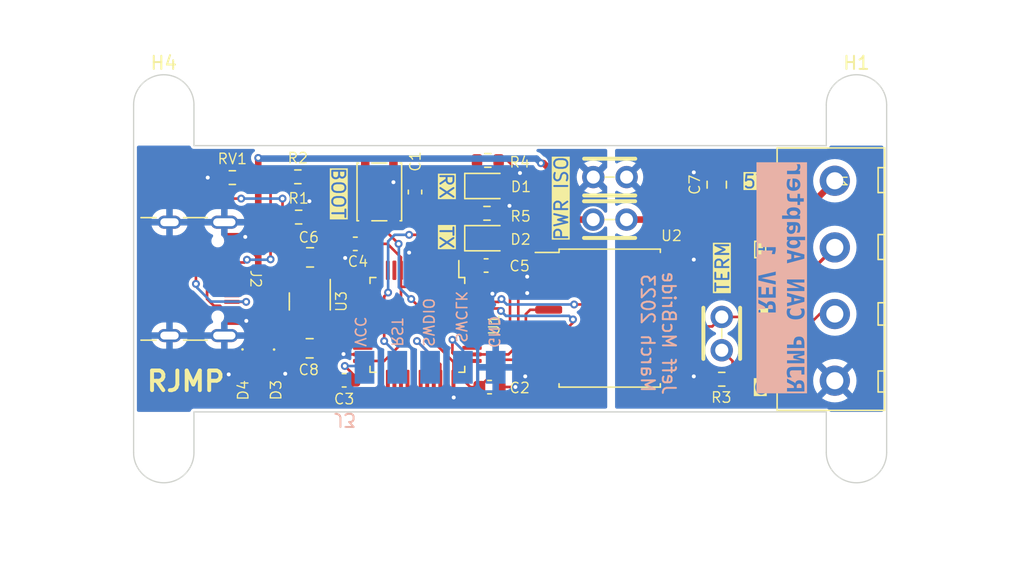
<source format=kicad_pcb>
(kicad_pcb (version 20221018) (generator pcbnew)
  (layers (0 "F.Cu" signal) (31 "B.Cu" signal) (34 "B.Paste" user) (35 "F.Paste" user) (36 "B.SilkS" user "B.Silkscreen") (37 "F.SilkS" user "F.Silkscreen") (38 "B.Mask" user) (39 "F.Mask" user) (44 "Edge.Cuts" user))
  (net 0 "")
  (net 1 "GND1")
  (net 2 "VCC")
  (net 3 "VBUS")
  (net 4 "GND2")
  (net 5 "Net-(JP1-A)")
  (net 6 "Net-(D1-K)")
  (net 7 "/LED1")
  (net 8 "Net-(D2-K)")
  (net 9 "/LED2")
  (net 10 "Net-(J2-CC1)")
  (net 11 "/USB_DP")
  (net 12 "/USB_DM")
  (net 14 "Net-(J2-CC2)")
  (net 16 "/CANH")
  (net 17 "Net-(JP3-B)")
  (net 18 "/CANL")
  (net 19 "/BOOT0")
  (net 45 "/VBUS_SENSE")
  (net 49 "/CAN_RX")
  (net 50 "/CAN_TX")
  (net 55 "/NRST")
  (net 56 "/SWDIO")
  (net 57 "/SWCLK")
  (footprint "UsbCanAdapter:short_jumper" (layer "F.Cu") (at 195.34 68)
    (fp_text reference "JP2" hide)
    (fp_text value "Jumper" hide)
  )
  (footprint "Package_SO:SOIC-16W_7.5x10.3mm_P1.27mm" (layer "F.Cu") (at 196.59 78.75)
    (fp_text reference "U2")
    (fp_text value "~")
  )
  (footprint "Capacitor_SMD:C_0603_1608Metric" (layer "F.Cu") (at 177.2 73.09 180)
    (fp_text reference "C4")
    (fp_text value "0.1u")
  )
  (footprint "Package_QFP:LQFP-48_7x7mm_P0.5mm" (layer "F.Cu") (at 181.93 79.26625 -90)
    (fp_text reference "U1")
    (fp_text value "STM32F042C6Tx")
  )
  (footprint "Resistor_SMD:R_0603_1608Metric" (layer "F.Cu") (at 172.82 67.98)
    (fp_text reference "R2")
    (fp_text value "5.1k")
  )
  (footprint "MountingHole:MountingHole_2.2mm_M2" (layer "F.Cu") (at 215.4 89)
    (fp_text reference "H2" hide)
    (fp_text value "MountingHole")
  )
  (footprint "MountingHole:MountingHole_2.2mm_M2" (layer "F.Cu") (at 215.4 62.5)
    (fp_text reference "H1")
    (fp_text value "MountingHole")
  )
  (footprint "Resistor_SMD:R_0603_1608Metric" (layer "F.Cu") (at 205.13 83.41)
    (fp_text reference "R3")
    (fp_text value "120")
  )
  (footprint "Capacitor_SMD:C_0603_1608Metric" (layer "F.Cu") (at 181.75 69.14 90)
    (fp_text reference "C1")
    (fp_text value "0.1u")
  )
  (footprint "LED_SMD:LED_0805_2012Metric" (layer "F.Cu") (at 187.2275 68.68)
    (fp_text reference "D1")
    (fp_text value "LED")
  )
  (footprint "Diode_SMD:D_0402_1005Metric_Pad0.77x0.64mm_HandSolder" (layer "F.Cu") (at 168.6 82.4 -90)
    (fp_text reference "D4")
    (fp_text value "TVS")
  )
  (footprint "Button_Switch_SMD:SW_SPST_PTS810" (layer "F.Cu") (at 179.03 69.13 -90)
    (fp_text reference "SW1" hide)
    (fp_text value "SW_Push")
  )
  (footprint "Capacitor_SMD:C_0805_2012Metric" (layer "F.Cu") (at 173.72 81.05)
    (fp_text reference "C8")
    (fp_text value "4.7u")
  )
  (footprint "Capacitor_SMD:C_0603_1608Metric" (layer "F.Cu") (at 187.43 84.01)
    (fp_text reference "C2")
    (fp_text value "0.1u")
  )
  (footprint "Diode_SMD:D_0402_1005Metric_Pad0.77x0.64mm_HandSolder" (layer "F.Cu") (at 171.0075 82.41 -90)
    (fp_text reference "D3")
    (fp_text value "TVS")
  )
  (footprint "Capacitor_SMD:C_0805_2012Metric" (layer "F.Cu") (at 173.75 74.12)
    (fp_text reference "C6")
    (fp_text value "4.7u")
  )
  (footprint "Package_TO_SOT_SMD:SOT-23" (layer "F.Cu") (at 173.73 77.48 -90)
    (fp_text reference "U3")
    (fp_text value "MCP1700x-330xxTT")
  )
  (footprint "MountingHole:MountingHole_2.2mm_M2" (layer "F.Cu") (at 162.6 62.5)
    (fp_text reference "H4")
    (fp_text value "MountingHole")
  )
  (footprint "Capacitor_SMD:C_0603_1608Metric" (layer "F.Cu") (at 187.17 74.74)
    (fp_text reference "C5")
    (fp_text value "0.1u")
  )
  (footprint "Connector_USB:USB_C_Receptacle_GCT_USB4105-xx-A_16P_TopMnt_Horizontal" (layer "F.Cu") (at 164.11 75.76 -90)
    (fp_text reference "J2")
    (fp_text value "USB_C_Receptacle_USB2.0")
  )
  (footprint "Capacitor_SMD:C_0805_2012Metric" (layer "F.Cu") (at 204.75 68.58 90)
    (fp_text reference "C7")
    (fp_text value "4.7u")
  )
  (footprint "Resistor_SMD:R_0603_1608Metric" (layer "F.Cu") (at 187.3 66.73 180)
    (fp_text reference "R4")
    (fp_text value "240")
  )
  (footprint "UsbCanAdapter:short_jumper" (layer "F.Cu") (at 205.13 78.66 -90)
    (fp_text reference "JP3" hide)
    (fp_text value "Jumper" hide)
  )
  (footprint "Resistor_SMD:R_0603_1608Metric" (layer "F.Cu") (at 167.825 68.04)
    (fp_text reference "RV1")
    (fp_text value "TVS MLA Varistor")
  )
  (footprint "Resistor_SMD:R_0603_1608Metric" (layer "F.Cu") (at 172.88 71.05)
    (fp_text reference "R1")
    (fp_text value "5.1k")
  )
  (footprint "Resistor_SMD:R_0603_1608Metric" (layer "F.Cu") (at 187.235 70.76 180)
    (fp_text reference "R5")
    (fp_text value "240")
  )
  (footprint "MountingHole:MountingHole_2.2mm_M2" (layer "F.Cu") (at 162.6 89)
    (fp_text reference "H3" hide)
    (fp_text value "MountingHole")
  )
  (footprint "LED_SMD:LED_0805_2012Metric" (layer "F.Cu") (at 187.225 72.66)
    (fp_text reference "D2")
    (fp_text value "LED")
  )
  (footprint "UsbCanAdapter:1776119-4" (layer "F.Cu") (at 213.75 68.28 -90)
    (fp_text reference "J1")
    (fp_text value "Screw_Terminal_01x04")
  )
  (footprint "Capacitor_SMD:C_0603_1608Metric" (layer "F.Cu") (at 176.35 83.49 180)
    (fp_text reference "C3")
    (fp_text value "0.1u")
  )
  (footprint "UsbCanAdapter:short_jumper" (layer "F.Cu") (at 195.33 71.24)
    (fp_text reference "JP1" hide)
    (fp_text value "Jumper" hide)
  )
  (footprint "UsbCanAdapter:SWD_PADS" (layer "B.Cu") (at 182.9 82.5)
    (fp_text reference "J3")
    (fp_text value "SWD Pads")
  )
  (gr_line (start 213.1 62.5) (end 213.1 65.6) (stroke (width 0.1)) (layer "Edge.Cuts"))
  (gr_line (start 213.1 85.9) (end 164.9 85.9) (stroke (width 0.1)) (layer "Edge.Cuts"))
  (gr_arc (start 217.7 89) (mid 215.4 91.3) (end 213.1 89) (stroke (width 0.1)) (layer "Edge.Cuts"))
  (gr_line (start 164.9 89) (end 164.9 85.9) (stroke (width 0.1)) (layer "Edge.Cuts"))
  (gr_line (start 213.1 89) (end 213.1 85.9) (stroke (width 0.1)) (layer "Edge.Cuts"))
  (gr_line (start 217.7 62.5) (end 217.7 89) (stroke (width 0.1)) (layer "Edge.Cuts"))
  (gr_arc (start 160.3 62.5) (mid 162.6 60.2) (end 164.9 62.5) (stroke (width 0.1)) (layer "Edge.Cuts"))
  (gr_arc (start 164.9 89) (mid 162.6 91.3) (end 160.3 89) (stroke (width 0.1)) (layer "Edge.Cuts"))
  (gr_line (start 160.3 62.5) (end 160.3 89) (stroke (width 0.1)) (layer "Edge.Cuts"))
  (gr_line (start 164.9 62.5) (end 164.9 65.6) (stroke (width 0.1)) (layer "Edge.Cuts"))
  (gr_arc (start 213.1 62.5) (mid 215.4 60.2) (end 217.7 62.5) (stroke (width 0.1)) (layer "Edge.Cuts"))
  (gr_line (start 164.9 65.6) (end 213.1 65.6) (stroke (width 0.1)) (layer "Edge.Cuts"))
  (gr_text "Jeff McBride\nMarch 2023" (at 198.9 79.9 -90) (layer "B.SilkS") (effects (font (size 1 1)) (justify bottom mirror)))
  (gr_text "RST" (at 179.9 81 270) (layer "B.SilkS") (effects (font (size 0.8 0.8) (thickness 0.12)) (justify left bottom mirror)))
  (gr_text "VCC\n" (at 177.1 81 270) (layer "B.SilkS") (effects (font (size 0.8 0.8) (thickness 0.12)) (justify left bottom mirror)))
  (gr_text "GND\n" (at 187.3 81.1 -90) (layer "B.SilkS") (effects (font (size 0.8 0.8) (thickness 0.12)) (justify left bottom mirror)))
  (gr_text "RJMP CAN Adapter\nREV 1" (at 207.7 75.7 270) (layer "B.SilkS" knockout) (effects (font (size 1.3 1.3) (thickness 0.26) bold) (justify bottom mirror)))
  (gr_text "SWDIO\n" (at 182.3 81 270) (layer "B.SilkS") (effects (font (size 0.8 0.8) (thickness 0.12)) (justify left bottom mirror)))
  (gr_text "	SWCLK\n" (at 184.8 83.7 270) (layer "B.SilkS") (effects (font (size 0.8 0.8) (thickness 0.12)) (justify left bottom mirror)))
  (gr_text "RJMP" (at 161.15 84.44) (layer "F.SilkS") (effects (font (size 1.5 1.5) (thickness 0.3) bold) (justify left bottom)))
  (gr_text "RX" (at 183.55 67.59 -90) (layer "F.SilkS" knockout) (effects (font (size 1 1)) (justify left bottom)))
  (gr_text "PWR ISO" (at 193.49 72.92 90) (layer "F.SilkS" knockout) (effects (font (size 1 1)) (justify left bottom)))
  (gr_text "TX" (at 183.55 71.64 -90) (layer "F.SilkS" knockout) (effects (font (size 1 1)) (justify left bottom)))
  (gr_text "BOOT" (at 175.31 67.18 -90) (layer "F.SilkS" knockout) (effects (font (size 1 1)) (justify left bottom)))
  (gr_text "5V" (at 206.68 68.93) (layer "F.SilkS" knockout) (effects (font (size 1 1)) (justify left bottom)))
  (gr_text "L\n" (at 207.67 79.31) (layer "F.SilkS" knockout) (effects (font (size 1 1)) (justify left bottom)))
  (gr_text "H" (at 207.44 74.15) (layer "F.SilkS" knockout) (effects (font (size 1 1)) (justify left bottom)))
  (gr_text "TERM" (at 205.77 76.86 90) (layer "F.SilkS" knockout) (effects (font (size 1 1)) (justify left bottom)))
  (gr_text "G" (at 207.47 84.64) (layer "F.SilkS" knockout) (effects (font (size 1 1)) (justify left bottom)))
  (segment (start 180.105 67.055) (end 180.105 68.39) (width 0.5) (layer "F.Cu") (net 1))
  (segment (start 187.945 76.595) (end 187.65 76.89) (width 0.2) (layer "F.Cu") (net 1))
  (segment (start 176.425 74.165) (end 176.38 74.12) (width 0.5) (layer "F.Cu") (net 1))
  (segment (start 181.18 75.10375) (end 181.18 73.87625) (width 0.2) (layer "F.Cu") (net 1))
  (segment (start 174.68 74.14) (end 174.7 74.12) (width 0.5) (layer "F.Cu") (net 1))
  (segment (start 180.105 68.39) (end 180.105 71.205) (width 0.5) (layer "F.Cu") (net 1))
  (segment (start 180.13 68.365) (end 180.105 68.39) (width 0.5) (layer "F.Cu") (net 1))
  (segment (start 186.0925 77.01625) (end 187.52375 77.01625) (width 0.2) (layer "F.Cu") (net 1))
  (segment (start 188.79 66.73) (end 189.75 67.69) (width 0.2) (layer "F.Cu") (net 1))
  (segment (start 177.7675 81.51625) (end 176.32625 81.51625) (width 0.2) (layer "F.Cu") (net 1))
  (segment (start 181.18 73.87625) (end 181.3 73.75625) (width 0.2) (layer "F.Cu") (net 1))
  (segment (start 175.575 83.49) (end 175.575 82.215) (width 0.2) (layer "F.Cu") (net 1))
  (segment (start 188.06 70.76) (end 188.38 70.76) (width 0.2) (layer "F.Cu") (net 1))
  (segment (start 176.425 74.165) (end 176.425 73.09) (width 0.5) (layer "F.Cu") (net 1))
  (segment (start 173.705 71.05) (end 173.705 69.845) (width 0.5) (layer "F.Cu") (net 1))
  (segment (start 175.86 81.05) (end 176.3 81.49) (width 0.5) (layer "F.Cu") (net 1))
  (segment (start 187.945 74.74) (end 187.945 76.595) (width 0.2) (layer "F.Cu") (net 1))
  (segment (start 191.94 75.575) (end 190.315 75.575) (width 0.2) (layer "F.Cu") (net 1))
  (segment (start 190.305 76.845) (end 190.3 76.84) (width 0.2) (layer "F.Cu") (net 1))
  (segment (start 173.705 69.845) (end 173.7 69.84) (width 0.5) (layer "F.Cu") (net 1))
  (segment (start 188.38 70.76) (end 188.95 70.19) (width 0.2) (layer "F.Cu") (net 1))
  (segment (start 190.315 75.575) (end 190.3 75.59) (width 0.2) (layer "F.Cu") (net 1))
  (segment (start 171.0075 82.9825) (end 171.85 82.9825) (width 0.2) (layer "F.Cu") (net 1))
  (segment (start 173.645 69.785) (end 173.7 69.84) (width 0.5) (layer "F.Cu") (net 1))
  (segment (start 175.575 82.215) (end 176.3 81.49) (width 0.2) (layer "F.Cu") (net 1))
  (segment (start 174.68 76.5425) (end 174.68 74.14) (width 0.5) (layer "F.Cu") (net 1))
  (segment (start 189.4 84) (end 188.215 84) (width 0.2) (layer "F.Cu") (net 1))
  (segment (start 187.52375 77.01625) (end 187.65 76.89) (width 0.2) (layer "F.Cu") (net 1))
  (segment (start 176.32625 81.51625) (end 176.3 81.49) (width 0.2) (layer "F.Cu") (net 1))
  (segment (start 174.67 81.05) (end 175.86 81.05) (width 0.5) (layer "F.Cu") (net 1))
  (segment (start 167.79 78.96) (end 168.89 78.96) (width 0.5) (layer "F.Cu") (net 1))
  (segment (start 173.645 67.98) (end 173.645 69.785) (width 0.5) (layer "F.Cu") (net 1))
  (segment (start 188.215 84) (end 188.205 84.01) (width 0.2) (layer "F.Cu") (net 1))
  (segment (start 184.18 84.28) (end 184.18 83.42875) (width 0.2) (layer "F.Cu") (net 1))
  (segment (start 167 68.04) (end 165.95 68.04) (width 0.2) (layer "F.Cu") (net 1))
  (segment (start 191.94 83.195) (end 190.155 83.195) (width 0.2) (layer "F.Cu") (net 1))
  (segment (start 168.45 83.0625) (end 167.5725 83.0625) (width 0.2) (layer "F.Cu") (net 1))
  (segment (start 191.94 76.845) (end 190.305 76.845) (width 0.2) (layer "F.Cu") (net 1))
  (segment (start 188.125 66.73) (end 188.79 66.73) (width 0.2) (layer "F.Cu") (net 1))
  (segment (start 181.75 68.365) (end 180.13 68.365) (width 0.5) (layer "F.Cu") (net 1))
  (segment (start 190.155 83.195) (end 190.15 83.19) (width 0.2) (layer "F.Cu") (net 1))
  (segment (start 167.79 72.56) (end 168.81 72.56) (width 0.5) (layer "F.Cu") (net 1))
  (segment (start 167.5725 83.0625) (end 167.55 83.04) (width 0.2) (layer "F.Cu") (net 1))
  (segment (start 176.38 74.12) (end 174.7 74.12) (width 0.5) (layer "F.Cu") (net 1))
  (segment (start 184.7 84.8) (end 184.18 84.28) (width 0.2) (layer "F.Cu") (net 1))
  (via (at 187.65 76.89) (size 0.6) (drill 0.3) (layers "F.Cu" "B.Cu") (net 1))
  (via (at 190.15 83.19) (size 0.6) (drill 0.3) (layers "F.Cu" "B.Cu") (net 1))
  (via (at 168.89 78.96) (size 0.6) (drill 0.3) (layers "F.Cu" "B.Cu") (net 1))
  (via (at 176.425 74.165) (size 0.6) (drill 0.3) (layers "F.Cu" "B.Cu") (net 1))
  (via (at 181.3 73.75625) (size 0.6) (drill 0.3) (layers "F.Cu" "B.Cu") (net 1))
  (via (at 180.105 68.39) (size 0.6) (drill 0.3) (layers "F.Cu" "B.Cu") (net 1))
  (via (at 190.3 76.84) (size 0.6) (drill 0.3) (layers "F.Cu" "B.Cu") (net 1))
  (via (at 189.75 67.69) (size 0.6) (drill 0.3) (layers "F.Cu" "B.Cu") (net 1))
  (via (at 168.81 72.56) (size 0.6) (drill 0.3) (layers "F.Cu" "B.Cu") (net 1))
  (via (at 176.3 81.49) (size 0.6) (drill 0.3) (layers "F.Cu" "B.Cu") (net 1))
  (via (at 171.8575 82.99) (size 0.6) (drill 0.3) (layers "F.Cu" "B.Cu") (net 1))
  (via (at 167.55 83.04) (size 0.6) (drill 0.3) (layers "F.Cu" "B.Cu") (net 1))
  (via (at 165.95 68.04) (size 0.6) (drill 0.3) (layers "F.Cu" "B.Cu") (net 1))
  (via (at 189.4 84) (size 0.6) (drill 0.3) (layers "F.Cu" "B.Cu") (net 1))
  (via (at 188.95 70.19) (size 0.6) (drill 0.3) (layers "F.Cu" "B.Cu") (net 1))
  (via (at 190.3 75.59) (size 0.6) (drill 0.3) (layers "F.Cu" "B.Cu") (net 1))
  (via (at 184.7 84.8) (size 0.6) (drill 0.3) (layers "F.Cu" "B.Cu") (net 1))
  (via (at 173.7 69.84) (size 0.6) (drill 0.3) (layers "F.Cu" "B.Cu") (net 1))
  (segment (start 189.1 82.5) (end 187.9 82.5) (width 0.2) (layer "B.Cu") (net 1))
  (segment (start 189.4 82.8) (end 189.1 82.5) (width 0.2) (layer "B.Cu") (net 1))
  (segment (start 189.4 84) (end 189.4 82.8) (width 0.2) (layer "B.Cu") (net 1))
  (segment (start 187.4 82.69) (end 188.165 81.925) (width 0.2) (layer "F.Cu") (net 2))
  (segment (start 177.125 83.49) (end 177.125 83.125) (width 0.2) (layer "F.Cu") (net 2))
  (segment (start 180.68 76.36625) (end 180.68 78.4) (width 0.2) (layer "F.Cu") (net 2))
  (segment (start 177.05 72.09) (end 174.83 72.09) (width 0.2) (layer "F.Cu") (net 2))
  (segment (start 184.68 83.42875) (end 184.68 82.08625) (width 0.2) (layer "F.Cu") (net 2))
  (segment (start 184.68 82.08625) (end 180.99375 78.4) (width 0.2) (layer "F.Cu") (net 2))
  (segment (start 172.78 74.14) (end 172.8 74.12) (width 0.5) (layer "F.Cu") (net 2))
  (segment (start 184.68 76.33625) (end 184.68 75.10375) (width 0.2) (layer "F.Cu") (net 2))
  (segment (start 180.68 75.10375) (end 180.68 74.12) (width 0.2) (layer "F.Cu") (net 2))
  (segment (start 180.68 74.12) (end 179.65 73.09) (width 0.2) (layer "F.Cu") (net 2))
  (segment (start 180.68 80.73625) (end 180.68 78.4) (width 0.2) (layer "F.Cu") (net 2))
  (segment (start 177.125 83.315) (end 177.7675 82.6725) (width 0.2) (layer "F.Cu") (net 2))
  (segment (start 179.65 73.09) (end 177.975 73.09) (width 0.2) (layer "F.Cu") (net 2))
  (segment (start 184.68 83.42875) (end 184.68 83.7225) (width 0.2) (layer "F.Cu") (net 2))
  (segment (start 177.125 83.49) (end 177.125 83.315) (width 0.2) (layer "F.Cu") (net 2))
  (segment (start 179.4 82.01625) (end 180.68 80.73625) (width 0.2) (layer "F.Cu") (net 2))
  (segment (start 186.655 84.01) (end 185.97 84.01) (width 0.2) (layer "F.Cu") (net 2))
  (segment (start 184.61 82.01625) (end 184.68 82.08625) (width 0.2) (layer "F.Cu") (net 2))
  (segment (start 188.165 81.925) (end 191.94 81.925) (width 0.2) (layer "F.Cu") (net 2))
  (segment (start 174.83 72.09) (end 172.8 74.12) (width 0.2) (layer "F.Cu") (net 2))
  (segment (start 185.08625 75.10375) (end 184.68 75.10375) (width 0.2) (layer "F.Cu") (net 2))
  (segment (start 185.45 74.74) (end 185.08625 75.10375) (width 0.2) (layer "F.Cu") (net 2))
  (segment (start 177.125 83.125) (end 176.4 82.4) (width 0.2) (layer "F.Cu") (net 2))
  (segment (start 172.78 76.5425) (end 172.78 74.14) (width 0.5) (layer "F.Cu") (net 2))
  (segment (start 185.97 84.01) (end 185.38875 83.42875) (width 0.2) (layer "F.Cu") (net 2))
  (segment (start 184.8 76.51625) (end 184.65 76.36625) (width 0.2) (layer "F.Cu") (net 2))
  (segment (start 177.975 73.09) (end 177.975 73.015) (width 0.2) (layer "F.Cu") (net 2))
  (segment (start 186.0925 76.51625) (end 184.8 76.51625) (width 0.2) (layer "F.Cu") (net 2))
  (segment (start 186.655 84.01) (end 187.4 83.265) (width 0.2) (layer "F.Cu") (net 2))
  (segment (start 186.395 74.74) (end 185.45 74.74) (width 0.2) (layer "F.Cu") (net 2))
  (segment (start 180.68 75.10375) (end 180.68 76.36625) (width 0.2) (layer "F.Cu") (net 2))
  (segment (start 177.7675 82.01625) (end 179.4 82.01625) (width 0.2) (layer "F.Cu") (net 2))
  (segment (start 180.68 76.36625) (end 184.65 76.36625) (width 0.2) (layer "F.Cu") (net 2))
  (segment (start 185.38875 83.42875) (end 184.68 83.42875) (width 0.2) (layer "F.Cu") (net 2))
  (segment (start 187.4 83.265) (end 187.4 82.69) (width 0.2) (layer "F.Cu") (net 2))
  (segment (start 177.975 73.015) (end 177.05 72.09) (width 0.2) (layer "F.Cu") (net 2))
  (segment (start 177.7675 82.6725) (end 177.7675 82.01625) (width 0.2) (layer "F.Cu") (net 2))
  (segment (start 180.99375 78.4) (end 180.68 78.4) (width 0.2) (layer "F.Cu") (net 2))
  (segment (start 184.65 76.36625) (end 184.68 76.33625) (width 0.2) (layer "F.Cu") (net 2))
  (via (at 176.4 82.4) (size 0.6) (drill 0.3) (layers "F.Cu" "B.Cu") (net 2))
  (segment (start 176.4 82.4) (end 177.8 82.4) (width 0.2) (layer "B.Cu") (net 2))
  (segment (start 177.8 82.4) (end 177.9 82.5) (width 0.2) (layer "B.Cu") (net 2))
  (segment (start 197.87 71.24) (end 199.8 71.24) (width 0.5) (layer "F.Cu") (net 3))
  (segment (start 203.2 69.53) (end 204.75 69.53) (width 0.5) (layer "F.Cu") (net 3))
  (segment (start 204.75 69.53) (end 212.5 69.53) (width 0.5) (layer "F.Cu") (net 3))
  (segment (start 212.5 69.53) (end 213.75 68.28) (width 0.5) (layer "F.Cu") (net 3))
  (segment (start 203.9 70.38) (end 204.75 69.53) (width 0.5) (layer "F.Cu") (net 3))
  (segment (start 199.8 71.24) (end 201.51 69.53) (width 0.5) (layer "F.Cu") (net 3))
  (segment (start 201.51 69.53) (end 203.2 69.53) (width 0.5) (layer "F.Cu") (net 3))
  (segment (start 201.24 78.115) (end 202.675 78.115) (width 0.5) (layer "F.Cu") (net 3))
  (segment (start 202.675 78.115) (end 203.9 76.89) (width 0.5) (layer "F.Cu") (net 3))
  (segment (start 203.9 76.89) (end 203.9 70.38) (width 0.5) (layer "F.Cu") (net 3))
  (segment (start 202.995 83.195) (end 203 83.19) (width 0.5) (layer "F.Cu") (net 4))
  (segment (start 204.75 67.63) (end 203.01 67.63) (width 0.2) (layer "F.Cu") (net 4))
  (segment (start 201.24 83.195) (end 202.995 83.195) (width 0.5) (layer "F.Cu") (net 4))
  (segment (start 203.01 67.63) (end 203 67.64) (width 0.2) (layer "F.Cu") (net 4))
  (segment (start 201.24 74.305) (end 202.985 74.305) (width 0.5) (layer "F.Cu") (net 4))
  (segment (start 202.985 74.305) (end 203 74.29) (width 0.5) (layer "F.Cu") (net 4))
  (via (at 203 83.19) (size 0.6) (drill 0.3) (layers "F.Cu" "B.Cu") (net 4))
  (via (at 203 67.64) (size 0.6) (drill 0.3) (layers "F.Cu" "B.Cu") (net 4))
  (via (at 203 74.29) (size 0.6) (drill 0.3) (layers "F.Cu" "B.Cu") (net 4))
  (segment (start 167.23 78.16) (end 166.88 77.81) (width 0.2) (layer "F.Cu") (net 5))
  (segment (start 169.8 68.04) (end 169.8 72.84) (width 0.5) (layer "F.Cu") (net 5))
  (segment (start 165.9 74.65) (end 167.19 73.36) (width 0.2) (layer "F.Cu") (net 5))
  (segment (start 165.9 77.29) (end 165.9 76.83) (width 0.2) (layer "F.Cu") (net 5))
  (segment (start 169.8 66.54) (end 169.8 68.04) (width 0.5) (layer "F.Cu") (net 5))
  (segment (start 191.9 67.29) (end 191.9 70.59) (width 0.5) (layer "F.Cu") (net 5))
  (segment (start 169.8 74.95) (end 169.8 73.98) (width 0.5) (layer "F.Cu") (net 5))
  (segment (start 169.8 73.98) (end 169.18 73.36) (width 0.5) (layer "F.Cu") (net 5))
  (segment (start 172.77 81.05) (end 171.7225 81.05) (width 0.5) (layer "F.Cu") (net 5))
  (segment (start 171.2 76.35) (end 169.8 74.95) (width 0.5) (layer "F.Cu") (net 5))
  (segment (start 165.9 76.83) (end 165.9 74.65) (width 0.2) (layer "F.Cu") (net 5))
  (segment (start 191.35 66.94) (end 191.55 66.94) (width 0.5) (layer "F.Cu") (net 5))
  (segment (start 191.55 66.94) (end 191.9 67.29) (width 0.5) (layer "F.Cu") (net 5))
  (segment (start 169.28 73.36) (end 169.18 73.36) (width 0.5) (layer "F.Cu") (net 5))
  (segment (start 173.73 78.4175) (end 173.73 80.09) (width 0.5) (layer "F.Cu") (net 5))
  (segment (start 166.42 77.81) (end 165.9 77.29) (width 0.2) (layer "F.Cu") (net 5))
  (segment (start 173.73 80.09) (end 172.77 81.05) (width 0.5) (layer "F.Cu") (net 5))
  (segment (start 166.88 77.81) (end 166.42 77.81) (width 0.2) (layer "F.Cu") (net 5))
  (segment (start 167.19 73.36) (end 167.79 73.36) (width 0.2) (layer "F.Cu") (net 5))
  (segment (start 171.2 80.5275) (end 171.2 76.35) (width 0.5) (layer "F.Cu") (net 5))
  (segment (start 192.55 71.24) (end 195.33 71.24) (width 0.5) (layer "F.Cu") (net 5))
  (segment (start 171.7225 81.05) (end 171.2 80.5275) (width 0.5) (layer "F.Cu") (net 5))
  (segment (start 167.78 78.15) (end 167.22 78.15) (width 0.2) (layer "F.Cu") (net 5))
  (segment (start 169.18 73.36) (end 167.79 73.36) (width 0.5) (layer "F.Cu") (net 5))
  (segment (start 191.9 70.59) (end 192.55 71.24) (width 0.5) (layer "F.Cu") (net 5))
  (segment (start 169.8 68.04) (end 168.65 68.04) (width 0.5) (layer "F.Cu") (net 5))
  (segment (start 169.8 72.84) (end 169.28 73.36) (width 0.5) (layer "F.Cu") (net 5))
  (via (at 169.8 66.54) (size 0.6) (drill 0.3) (layers "F.Cu" "B.Cu") (net 5))
  (via (at 191.35 66.94) (size 0.6) (drill 0.3) (layers "F.Cu" "B.Cu") (net 5))
  (segment (start 191 66.59) (end 191.35 66.94) (width 0.5) (layer "B.Cu") (net 5))
  (segment (start 169.8 66.54) (end 169.85 66.59) (width 0.5) (layer "B.Cu") (net 5))
  (segment (start 169.85 66.59) (end 191 66.59) (width 0.5) (layer "B.Cu") (net 5))
  (segment (start 186.29 68.68) (end 186.475 68.495) (width 0.2) (layer "F.Cu") (net 6))
  (segment (start 186.475 68.495) (end 186.475 66.73) (width 0.2) (layer "F.Cu") (net 6))
  (segment (start 189.34 68.68) (end 189.62 68.96) (width 0.2) (layer "F.Cu") (net 7))
  (segment (start 189.62 79.38) (end 188.48375 80.51625) (width 0.2) (layer "F.Cu") (net 7))
  (segment (start 188.48375 80.51625) (end 186.0925 80.51625) (width 0.2) (layer "F.Cu") (net 7))
  (segment (start 188.165 68.68) (end 189.34 68.68) (width 0.2) (layer "F.Cu") (net 7))
  (segment (start 189.62 68.96) (end 189.62 79.38) (width 0.2) (layer "F.Cu") (net 7))
  (segment (start 186.41 70.76) (end 186.41 72.5375) (width 0.2) (layer "F.Cu") (net 8))
  (segment (start 186.41 72.5375) (end 186.2875 72.66) (width 0.2) (layer "F.Cu") (net 8))
  (segment (start 188.08375 80.01625) (end 188.99 79.11) (width 0.2) (layer "F.Cu") (net 9))
  (segment (start 188.99 79.11) (end 188.99 73.4875) (width 0.2) (layer "F.Cu") (net 9))
  (segment (start 186.0925 80.01625) (end 188.08375 80.01625) (width 0.2) (layer "F.Cu") (net 9))
  (segment (start 188.99 73.4875) (end 188.1625 72.66) (width 0.2) (layer "F.Cu") (net 9))
  (segment (start 171.02 67.98) (end 171.995 67.98) (width 0.2) (layer "F.Cu") (net 10))
  (segment (start 170.74 68.26) (end 171.02 67.98) (width 0.2) (layer "F.Cu") (net 10))
  (segment (start 168.75 74.51) (end 168.95 74.31) (width 0.2) (layer "F.Cu") (net 10))
  (segment (start 170.74 74.27) (end 170.74 68.26) (width 0.2) (layer "F.Cu") (net 10))
  (segment (start 167.79 74.51) (end 168.75 74.51) (width 0.2) (layer "F.Cu") (net 10))
  (via (at 168.94 74.3) (size 0.6) (drill 0.3) (layers "F.Cu" "B.Cu") (net 10))
  (via (at 170.74 74.27) (size 0.6) (drill 0.3) (layers "F.Cu" "B.Cu") (net 10))
  (segment (start 170.71 74.3) (end 170.74 74.27) (width 0.2) (layer "B.Cu") (net 10))
  (segment (start 168.94 74.3) (end 170.71 74.3) (width 0.2) (layer "B.Cu") (net 10))
  (segment (start 167.79 75.51) (end 168.68 75.51) (width 0.2) (layer "F.Cu") (net 11))
  (segment (start 168.68 75.51) (end 168.85 75.68) (width 0.2) (layer "F.Cu") (net 11))
  (segment (start 183.18 83.7225) (end 183.18 84.56) (width 0.2) (layer "F.Cu") (net 11))
  (segment (start 169.6 81.8) (end 169.6 76.43) (width 0.2) (layer "F.Cu") (net 11))
  (segment (start 183.18 84.56) (end 182.75 84.99) (width 0.2) (layer "F.Cu") (net 11))
  (segment (start 182.75 84.99) (end 170.43 84.99) (width 0.2) (layer "F.Cu") (net 11))
  (segment (start 169.6 84.16) (end 169.6 81.8) (width 0.2) (layer "F.Cu") (net 11))
  (segment (start 168.6 81.8275) (end 169.5725 81.8275) (width 0.2) (layer "F.Cu") (net 11))
  (segment (start 168.6 76.51) (end 168.85 76.26) (width 0.2) (layer "F.Cu") (net 11))
  (segment (start 168.85 75.68) (end 168.85 76.26) (width 0.2) (layer "F.Cu") (net 11))
  (segment (start 169.6 76.43) (end 168.84 75.67) (width 0.2) (layer "F.Cu") (net 11))
  (segment (start 169.5725 81.8275) (end 169.6 81.8) (width 0.2) (layer "F.Cu") (net 11))
  (segment (start 167.79 76.51) (end 168.6 76.51) (width 0.2) (layer "F.Cu") (net 11))
  (segment (start 170.43 84.99) (end 169.6 84.16) (width 0.2) (layer "F.Cu") (net 11))
  (segment (start 170.1 84.06) (end 170.1 76.2) (width 0.2) (layer "F.Cu") (net 12))
  (segment (start 166.84 76.01) (end 167.79 76.01) (width 0.2) (layer "F.Cu") (net 12))
  (segment (start 171.0075 81.8375) (end 170.2 81.8375) (width 0.2) (layer "F.Cu") (net 12))
  (segment (start 168.9 75) (end 168.77 75) (width 0.2) (layer "F.Cu") (net 12))
  (segment (start 167.79 75.01) (end 166.82 75.01) (width 0.2) (layer "F.Cu") (net 12))
  (segment (start 168.78 75.01) (end 167.79 75.01) (width 0.2) (layer "F.Cu") (net 12))
  (segment (start 170.63 84.59) (end 170.1 84.06) (width 0.2) (layer "F.Cu") (net 12))
  (segment (start 170.1 76.2) (end 168.9 75) (width 0.2) (layer "F.Cu") (net 12))
  (segment (start 182.68 83.7225) (end 182.68 84.41) (width 0.2) (layer "F.Cu") (net 12))
  (segment (start 166.63 75.2) (end 166.63 75.8) (width 0.2) (layer "F.Cu") (net 12))
  (segment (start 182.68 84.41) (end 182.5 84.59) (width 0.2) (layer "F.Cu") (net 12))
  (segment (start 166.82 75.01) (end 166.63 75.2) (width 0.2) (layer "F.Cu") (net 12))
  (segment (start 166.63 75.8) (end 166.84 76.01) (width 0.2) (layer "F.Cu") (net 12))
  (segment (start 182.5 84.59) (end 170.63 84.59) (width 0.2) (layer "F.Cu") (net 12))
  (segment (start 165.05 76.14) (end 165.05 70.19) (width 0.2) (layer "F.Cu") (net 14))
  (segment (start 165.45 69.79) (end 165.6 69.64) (width 0.2) (layer "F.Cu") (net 14))
  (segment (start 171.65 70.645) (end 172.055 71.05) (width 0.2) (layer "F.Cu") (net 14))
  (segment (start 165.6 69.64) (end 168.5 69.64) (width 0.2) (layer "F.Cu") (net 14))
  (segment (start 165.05 70.19) (end 165.45 69.79) (width 0.2) (layer "F.Cu") (net 14))
  (segment (start 171.65 69.64) (end 171.65 70.645) (width 0.2) (layer "F.Cu") (net 14))
  (segment (start 167.79 77.51) (end 168.88 77.51) (width 0.2) (layer "F.Cu") (net 14))
  (via (at 168.5 69.64) (size 0.6) (drill 0.3) (layers "F.Cu" "B.Cu") (net 14))
  (via (at 165.05 76.14) (size 0.6) (drill 0.3) (layers "F.Cu" "B.Cu") (net 14))
  (via (at 171.65 69.64) (size 0.6) (drill 0.3) (layers "F.Cu" "B.Cu") (net 14))
  (via (at 168.88 77.51) (size 0.6) (drill 0.3) (layers "F.Cu" "B.Cu") (net 14))
  (segment (start 165.15 76.24) (end 165.05 76.14) (width 0.2) (layer "B.Cu") (net 14))
  (segment (start 167.5 77.49) (end 166.2 77.49) (width 0.2) (layer "B.Cu") (net 14))
  (segment (start 168.5 69.64) (end 171.65 69.64) (width 0.2) (layer "B.Cu") (net 14))
  (segment (start 166.2 77.49) (end 165.15 76.44) (width 0.2) (layer "B.Cu") (net 14))
  (segment (start 168.88 77.51) (end 168.86 77.49) (width 0.2) (layer "B.Cu") (net 14))
  (segment (start 165.15 76.44) (end 165.15 76.24) (width 0.2) (layer "B.Cu") (net 14))
  (segment (start 168.86 77.49) (end 167.5 77.49) (width 0.2) (layer "B.Cu") (net 14))
  (segment (start 201.24 79.385) (end 204.405 79.385) (width 0.2) (layer "F.Cu") (net 16))
  (segment (start 205.13 78.66) (end 208.43 78.66) (width 0.2) (layer "F.Cu") (net 16))
  (segment (start 204.405 79.385) (end 205.13 78.66) (width 0.2) (layer "F.Cu") (net 16))
  (segment (start 208.45 78.64) (end 213.77 73.32) (width 0.25) (layer "F.Cu") (net 16))
  (segment (start 208.43 78.66) (end 208.45 78.64) (width 0.2) (layer "F.Cu") (net 16))
  (segment (start 205.955 82.025) (end 205.13 81.2) (width 0.2) (layer "F.Cu") (net 17))
  (segment (start 205.955 83.41) (end 205.955 82.025) (width 0.2) (layer "F.Cu") (net 17))
  (segment (start 204.305 82.545) (end 204.305 83.41) (width 0.2) (layer "F.Cu") (net 18))
  (segment (start 206.5 84.54) (end 212.6 78.44) (width 0.2) (layer "F.Cu") (net 18))
  (segment (start 212.6 78.44) (end 213.75 78.44) (width 0.2) (layer "F.Cu") (net 18))
  (segment (start 204.305 83.745) (end 205.1 84.54) (width 0.2) (layer "F.Cu") (net 18))
  (segment (start 202.415 80.655) (end 204.305 82.545) (width 0.2) (layer "F.Cu") (net 18))
  (segment (start 205.1 84.54) (end 206.5 84.54) (width 0.2) (layer "F.Cu") (net 18))
  (segment (start 204.305 83.41) (end 204.305 83.745) (width 0.2) (layer "F.Cu") (net 18))
  (segment (start 201.24 80.655) (end 202.415 80.655) (width 0.2) (layer "F.Cu") (net 18))
  (segment (start 186.0925 78.51625) (end 182.68 78.51625) (width 0.2) (layer "F.Cu") (net 19))
  (segment (start 179.56 72.15) (end 178.9 72.15) (width 0.2) (layer "F.Cu") (net 19))
  (segment (start 177.955 71.205) (end 177.955 67.055) (width 0.2) (layer "F.Cu") (net 19))
  (segment (start 180.5 73.09) (end 179.56 72.15) (width 0.2) (layer "F.Cu") (net 19))
  (segment (start 178.9 72.15) (end 177.955 71.205) (width 0.2) (layer "F.Cu") (net 19))
  (segment (start 181.455 77.29125) (end 181.46 77.29625) (width 0.2) (layer "F.Cu") (net 19))
  (segment (start 182.68 78.51625) (end 181.455 77.29125) (width 0.2) (layer "F.Cu") (net 19))
  (via (at 180.5 73.09) (size 0.6) (drill 0.3) (layers "F.Cu" "B.Cu") (net 19))
  (via (at 181.46 77.29625) (size 0.6) (drill 0.3) (layers "F.Cu" "B.Cu") (net 19))
  (segment (start 180.52 73.11) (end 180.52 76.39625) (width 0.2) (layer "B.Cu") (net 19))
  (segment (start 181.42 77.29625) (end 181.46 77.29625) (width 0.2) (layer "B.Cu") (net 19))
  (segment (start 180.5 73.09) (end 180.52 73.11) (width 0.2) (layer "B.Cu") (net 19))
  (segment (start 180.52 76.39625) (end 181.42 77.29625) (width 0.2) (layer "B.Cu") (net 19))
  (segment (start 190.525 78.115) (end 191.94 78.115) (width 0.2) (layer "F.Cu") (net 45))
  (segment (start 188.87375 81.51625) (end 190.2 80.19) (width 0.2) (layer "F.Cu") (net 45))
  (segment (start 190.2 78.44) (end 190.525 78.115) (width 0.2) (layer "F.Cu") (net 45))
  (segment (start 190.2 80.19) (end 190.2 78.44) (width 0.2) (layer "F.Cu") (net 45))
  (segment (start 186.0925 81.51625) (end 188.87375 81.51625) (width 0.2) (layer "F.Cu") (net 45))
  (segment (start 188.11625 78.01625) (end 186.0925 78.01625) (width 0.2) (layer "F.Cu") (net 49))
  (segment (start 193.79 78.85) (end 193.79 79.09) (width 0.2) (layer "F.Cu") (net 49))
  (segment (start 193.495 79.385) (end 191.94 79.385) (width 0.2) (layer "F.Cu") (net 49))
  (segment (start 193.79 79.09) (end 193.495 79.385) (width 0.2) (layer "F.Cu") (net 49))
  (segment (start 188.3 78.2) (end 188.11625 78.01625) (width 0.2) (layer "F.Cu") (net 49))
  (via (at 188.3 78.2) (size 0.6) (drill 0.3) (layers "F.Cu" "B.Cu") (net 49))
  (via (at 193.79 78.85) (size 0.6) (drill 0.3) (layers "F.Cu" "B.Cu") (net 49))
  (segment (start 188.3 78.2) (end 188.68 78.58) (width 0.2) (layer "B.Cu") (net 49))
  (segment (start 193.76 78.85) (end 193.79 78.85) (width 0.2) (layer "B.Cu") (net 49))
  (segment (start 188.68 78.58) (end 193.49 78.58) (width 0.2) (layer "B.Cu") (net 49))
  (segment (start 193.49 78.58) (end 193.76 78.85) (width 0.2) (layer "B.Cu") (net 49))
  (segment (start 194.54 77.71) (end 193.88 77.71) (width 0.2) (layer "F.Cu") (net 50))
  (segment (start 193.625 80.655) (end 194.75 79.53) (width 0.2) (layer "F.Cu") (net 50))
  (segment (start 188.34 77.3) (end 188.12375 77.51625) (width 0.2) (layer "F.Cu") (net 50))
  (segment (start 191.94 80.655) (end 193.625 80.655) (width 0.2) (layer "F.Cu") (net 50))
  (segment (start 194.75 77.92) (end 194.54 77.71) (width 0.2) (layer "F.Cu") (net 50))
  (segment (start 194.75 79.53) (end 194.75 77.92) (width 0.2) (layer "F.Cu") (net 50))
  (segment (start 188.12375 77.51625) (end 186.0925 77.51625) (width 0.2) (layer "F.Cu") (net 50))
  (via (at 193.88 77.71) (size 0.6) (drill 0.3) (layers "F.Cu" "B.Cu") (net 50))
  (via (at 188.34 77.3) (size 0.6) (drill 0.3) (layers "F.Cu" "B.Cu") (net 50))
  (segment (start 188.75 77.71) (end 193.88 77.71) (width 0.2) (layer "B.Cu") (net 50))
  (segment (start 188.34 77.3) (end 188.75 77.71) (width 0.2) (layer "B.Cu") (net 50))
  (segment (start 182.04 72.4) (end 181.3 72.4) (width 0.2) (layer "F.Cu") (net 55))
  (segment (start 179.4 77.1) (end 179.7 76.8) (width 0.2) (layer "F.Cu") (net 55))
  (segment (start 179.4 80.5) (end 179.4 77.1) (width 0.2) (layer "F.Cu") (net 55))
  (segment (start 181.68 75.10375) (end 181.68 74.22625) (width 0.2) (layer "F.Cu") (net 55))
  (segment (start 182.04 72.4) (end 182.04 71.08) (width 0.2) (layer "F.Cu") (net 55))
  (segment (start 182.04 71.08) (end 181.75 70.79) (width 0.2) (layer "F.Cu") (net 55))
  (segment (start 182.04 73.86625) (end 182.04 72.4) (width 0.2) (layer "F.Cu") (net 55))
  (segment (start 181.75 70.79) (end 181.75 69.915) (width 0.2) (layer "F.Cu") (net 55))
  (segment (start 181.68 74.22625) (end 182.04 73.86625) (width 0.2) (layer "F.Cu") (net 55))
  (via (at 179.7 76.8) (size 0.6) (drill 0.3) (layers "F.Cu" "B.Cu") (net 55))
  (via (at 181.3 72.4) (size 0.6) (drill 0.3) (layers "F.Cu" "B.Cu") (net 55))
  (via (at 179.4 80.5) (size 0.6) (drill 0.3) (layers "F.Cu" "B.Cu") (net 55))
  (segment (start 180.2 72.4) (end 181.3 72.4) (width 0.2) (layer "B.Cu") (net 55))
  (segment (start 179.4 80.5) (end 180.4 81.5) (width 0.2) (layer "B.Cu") (net 55))
  (segment (start 179.7 72.9) (end 180.1 72.5) (width 0.2) (layer "B.Cu") (net 55))
  (segment (start 180.1 72.5) (end 180.2 72.4) (width 0.2) (layer "B.Cu") (net 55))
  (segment (start 179.7 76.8) (end 179.7 72.9) (width 0.2) (layer "B.Cu") (net 55))
  (segment (start 180.4 81.5) (end 180.4 82.5) (width 0.2) (layer "B.Cu") (net 55))
  (segment (start 183.68 82.28) (end 181.9 80.5) (width 0.2) (layer "F.Cu") (net 56))
  (segment (start 183.68 83.42875) (end 183.68 82.28) (width 0.2) (layer "F.Cu") (net 56))
  (via (at 181.9 80.5) (size 0.6) (drill 0.3) (layers "F.Cu" "B.Cu") (net 56))
  (segment (start 182.9 81.5) (end 182.9 82.5) (width 0.2) (layer "B.Cu") (net 56))
  (segment (start 181.9 80.5) (end 182.9 81.5) (width 0.2) (layer "B.Cu") (net 56))
  (segment (start 185.21625 82.01625) (end 184.7 81.5) (width 0.2) (layer "F.Cu") (net 57))
  (segment (start 184.6 81.4) (end 184.6 80.8) (width 0.2) (layer "F.Cu") (net 57))
  (segment (start 184.6 80.8) (end 184.6 80.4) (width 0.2) (layer "F.Cu") (net 57))
  (segment (start 186.0925 82.01625) (end 185.21625 82.01625) (width 0.2) (layer "F.Cu") (net 57))
  (segment (start 184.7 81.5) (end 184.6 81.4) (width 0.2) (layer "F.Cu") (net 57))
  (via (at 184.6 80.4) (size 0.6) (drill 0.3) (layers "F.Cu" "B.Cu") (net 57))
  (segment (start 185.4 81.2) (end 185.4 82.5) (width 0.2) (layer "B.Cu") (net 57))
  (segment (start 184.6 80.4) (end 185.4 81.2) (width 0.2) (layer "B.Cu") (net 57))
  (zone (net 1) (net_name "GND1") (layer "B.Cu") (connect_pads (clearance 0.25)) (min_thickness 0.25) (fill yes (thermal_gap 0.5) (thermal_bridge_width 0.5))
    (polygon (pts (xy 196.4 65.6) (xy 196.4 85.9) (xy 160 85.9) (xy 159.9 65.6)))
  )
  (zone (net 4) (net_name "GND2") (layer "B.Cu") (priority 1) (connect_pads (clearance 0.5)) (min_thickness 0.25) (fill yes (thermal_gap 0.5) (thermal_bridge_width 0.5))
    (polygon (pts (xy 197 65.6) (xy 197 85.9) (xy 217.7 85.9) (xy 217.6 65.6)))
  )
)
</source>
